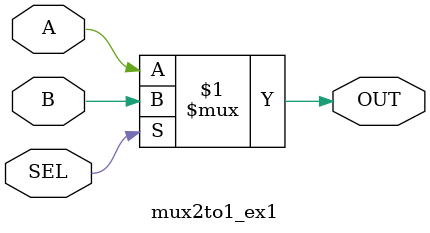
<source format=v>
/*
    2 x 1 Mux Dataflow Modeling
    No procedural block (always)

*/
`timescale 1ns / 1ps
module mux2to1_ex1(
    input A,
    input B,
    input SEL,
    output OUT
    );
    
    assign OUT = SEL ? B : A;
endmodule
</source>
